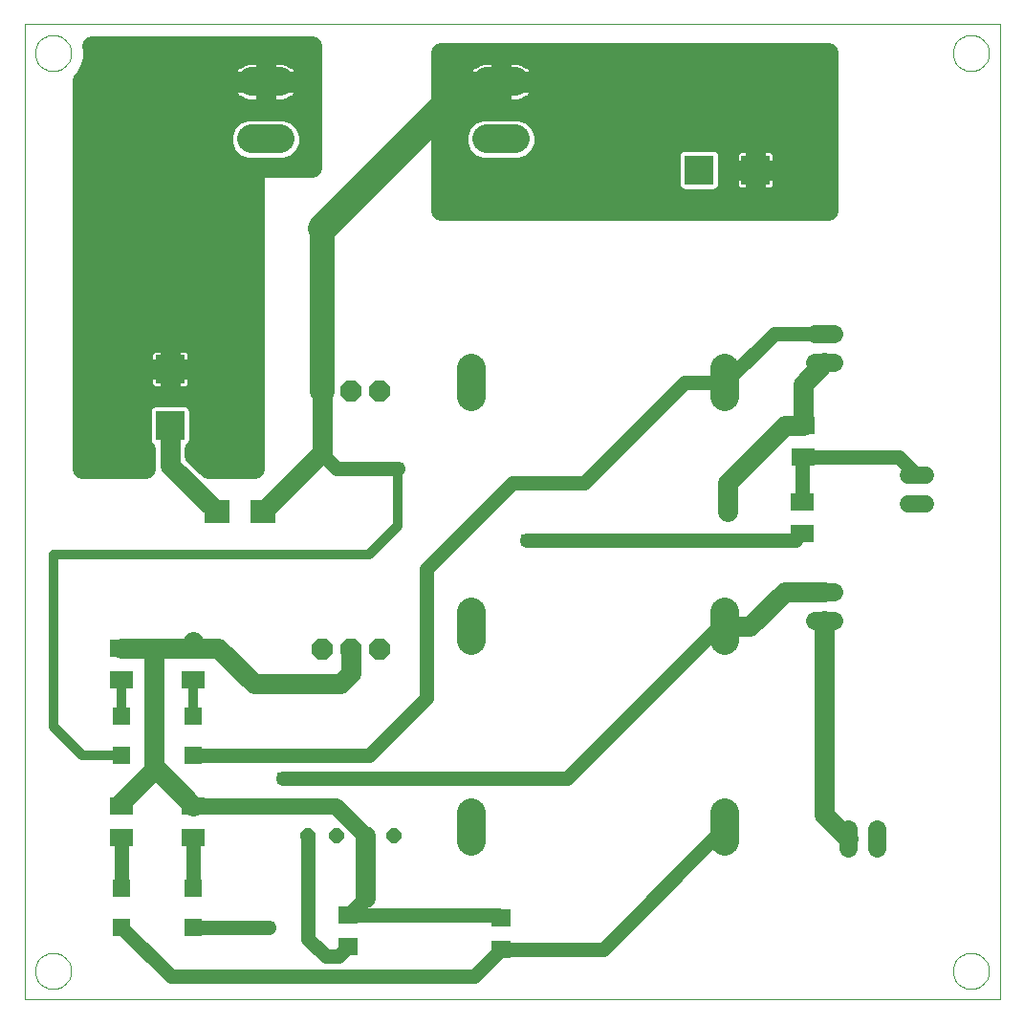
<source format=gtl>
G75*
%MOIN*%
%OFA0B0*%
%FSLAX24Y24*%
%IPPOS*%
%LPD*%
%AMOC8*
5,1,8,0,0,1.08239X$1,22.5*
%
%ADD10C,0.0000*%
%ADD11C,0.0645*%
%ADD12R,0.0591X0.0591*%
%ADD13R,0.0787X0.0630*%
%ADD14OC8,0.0709*%
%ADD15OC8,0.0515*%
%ADD16R,0.0709X0.0630*%
%ADD17C,0.0594*%
%ADD18C,0.1000*%
%ADD19R,0.0900X0.0800*%
%ADD20R,0.0990X0.0990*%
%ADD21C,0.0500*%
%ADD22C,0.0320*%
%ADD23C,0.0700*%
%ADD24R,0.0396X0.0396*%
%ADD25C,0.0560*%
%ADD26C,0.0860*%
D10*
X000300Y000313D02*
X000300Y034313D01*
X034300Y034313D01*
X034300Y000313D01*
X000300Y000313D01*
X000670Y001313D02*
X000672Y001363D01*
X000678Y001413D01*
X000688Y001462D01*
X000702Y001510D01*
X000719Y001557D01*
X000740Y001602D01*
X000765Y001646D01*
X000793Y001687D01*
X000825Y001726D01*
X000859Y001763D01*
X000896Y001797D01*
X000936Y001827D01*
X000978Y001854D01*
X001022Y001878D01*
X001068Y001899D01*
X001115Y001915D01*
X001163Y001928D01*
X001213Y001937D01*
X001262Y001942D01*
X001313Y001943D01*
X001363Y001940D01*
X001412Y001933D01*
X001461Y001922D01*
X001509Y001907D01*
X001555Y001889D01*
X001600Y001867D01*
X001643Y001841D01*
X001684Y001812D01*
X001723Y001780D01*
X001759Y001745D01*
X001791Y001707D01*
X001821Y001667D01*
X001848Y001624D01*
X001871Y001580D01*
X001890Y001534D01*
X001906Y001486D01*
X001918Y001437D01*
X001926Y001388D01*
X001930Y001338D01*
X001930Y001288D01*
X001926Y001238D01*
X001918Y001189D01*
X001906Y001140D01*
X001890Y001092D01*
X001871Y001046D01*
X001848Y001002D01*
X001821Y000959D01*
X001791Y000919D01*
X001759Y000881D01*
X001723Y000846D01*
X001684Y000814D01*
X001643Y000785D01*
X001600Y000759D01*
X001555Y000737D01*
X001509Y000719D01*
X001461Y000704D01*
X001412Y000693D01*
X001363Y000686D01*
X001313Y000683D01*
X001262Y000684D01*
X001213Y000689D01*
X001163Y000698D01*
X001115Y000711D01*
X001068Y000727D01*
X001022Y000748D01*
X000978Y000772D01*
X000936Y000799D01*
X000896Y000829D01*
X000859Y000863D01*
X000825Y000900D01*
X000793Y000939D01*
X000765Y000980D01*
X000740Y001024D01*
X000719Y001069D01*
X000702Y001116D01*
X000688Y001164D01*
X000678Y001213D01*
X000672Y001263D01*
X000670Y001313D01*
X000670Y033313D02*
X000672Y033363D01*
X000678Y033413D01*
X000688Y033462D01*
X000702Y033510D01*
X000719Y033557D01*
X000740Y033602D01*
X000765Y033646D01*
X000793Y033687D01*
X000825Y033726D01*
X000859Y033763D01*
X000896Y033797D01*
X000936Y033827D01*
X000978Y033854D01*
X001022Y033878D01*
X001068Y033899D01*
X001115Y033915D01*
X001163Y033928D01*
X001213Y033937D01*
X001262Y033942D01*
X001313Y033943D01*
X001363Y033940D01*
X001412Y033933D01*
X001461Y033922D01*
X001509Y033907D01*
X001555Y033889D01*
X001600Y033867D01*
X001643Y033841D01*
X001684Y033812D01*
X001723Y033780D01*
X001759Y033745D01*
X001791Y033707D01*
X001821Y033667D01*
X001848Y033624D01*
X001871Y033580D01*
X001890Y033534D01*
X001906Y033486D01*
X001918Y033437D01*
X001926Y033388D01*
X001930Y033338D01*
X001930Y033288D01*
X001926Y033238D01*
X001918Y033189D01*
X001906Y033140D01*
X001890Y033092D01*
X001871Y033046D01*
X001848Y033002D01*
X001821Y032959D01*
X001791Y032919D01*
X001759Y032881D01*
X001723Y032846D01*
X001684Y032814D01*
X001643Y032785D01*
X001600Y032759D01*
X001555Y032737D01*
X001509Y032719D01*
X001461Y032704D01*
X001412Y032693D01*
X001363Y032686D01*
X001313Y032683D01*
X001262Y032684D01*
X001213Y032689D01*
X001163Y032698D01*
X001115Y032711D01*
X001068Y032727D01*
X001022Y032748D01*
X000978Y032772D01*
X000936Y032799D01*
X000896Y032829D01*
X000859Y032863D01*
X000825Y032900D01*
X000793Y032939D01*
X000765Y032980D01*
X000740Y033024D01*
X000719Y033069D01*
X000702Y033116D01*
X000688Y033164D01*
X000678Y033213D01*
X000672Y033263D01*
X000670Y033313D01*
X032670Y033313D02*
X032672Y033363D01*
X032678Y033413D01*
X032688Y033462D01*
X032702Y033510D01*
X032719Y033557D01*
X032740Y033602D01*
X032765Y033646D01*
X032793Y033687D01*
X032825Y033726D01*
X032859Y033763D01*
X032896Y033797D01*
X032936Y033827D01*
X032978Y033854D01*
X033022Y033878D01*
X033068Y033899D01*
X033115Y033915D01*
X033163Y033928D01*
X033213Y033937D01*
X033262Y033942D01*
X033313Y033943D01*
X033363Y033940D01*
X033412Y033933D01*
X033461Y033922D01*
X033509Y033907D01*
X033555Y033889D01*
X033600Y033867D01*
X033643Y033841D01*
X033684Y033812D01*
X033723Y033780D01*
X033759Y033745D01*
X033791Y033707D01*
X033821Y033667D01*
X033848Y033624D01*
X033871Y033580D01*
X033890Y033534D01*
X033906Y033486D01*
X033918Y033437D01*
X033926Y033388D01*
X033930Y033338D01*
X033930Y033288D01*
X033926Y033238D01*
X033918Y033189D01*
X033906Y033140D01*
X033890Y033092D01*
X033871Y033046D01*
X033848Y033002D01*
X033821Y032959D01*
X033791Y032919D01*
X033759Y032881D01*
X033723Y032846D01*
X033684Y032814D01*
X033643Y032785D01*
X033600Y032759D01*
X033555Y032737D01*
X033509Y032719D01*
X033461Y032704D01*
X033412Y032693D01*
X033363Y032686D01*
X033313Y032683D01*
X033262Y032684D01*
X033213Y032689D01*
X033163Y032698D01*
X033115Y032711D01*
X033068Y032727D01*
X033022Y032748D01*
X032978Y032772D01*
X032936Y032799D01*
X032896Y032829D01*
X032859Y032863D01*
X032825Y032900D01*
X032793Y032939D01*
X032765Y032980D01*
X032740Y033024D01*
X032719Y033069D01*
X032702Y033116D01*
X032688Y033164D01*
X032678Y033213D01*
X032672Y033263D01*
X032670Y033313D01*
X032670Y001313D02*
X032672Y001363D01*
X032678Y001413D01*
X032688Y001462D01*
X032702Y001510D01*
X032719Y001557D01*
X032740Y001602D01*
X032765Y001646D01*
X032793Y001687D01*
X032825Y001726D01*
X032859Y001763D01*
X032896Y001797D01*
X032936Y001827D01*
X032978Y001854D01*
X033022Y001878D01*
X033068Y001899D01*
X033115Y001915D01*
X033163Y001928D01*
X033213Y001937D01*
X033262Y001942D01*
X033313Y001943D01*
X033363Y001940D01*
X033412Y001933D01*
X033461Y001922D01*
X033509Y001907D01*
X033555Y001889D01*
X033600Y001867D01*
X033643Y001841D01*
X033684Y001812D01*
X033723Y001780D01*
X033759Y001745D01*
X033791Y001707D01*
X033821Y001667D01*
X033848Y001624D01*
X033871Y001580D01*
X033890Y001534D01*
X033906Y001486D01*
X033918Y001437D01*
X033926Y001388D01*
X033930Y001338D01*
X033930Y001288D01*
X033926Y001238D01*
X033918Y001189D01*
X033906Y001140D01*
X033890Y001092D01*
X033871Y001046D01*
X033848Y001002D01*
X033821Y000959D01*
X033791Y000919D01*
X033759Y000881D01*
X033723Y000846D01*
X033684Y000814D01*
X033643Y000785D01*
X033600Y000759D01*
X033555Y000737D01*
X033509Y000719D01*
X033461Y000704D01*
X033412Y000693D01*
X033363Y000686D01*
X033313Y000683D01*
X033262Y000684D01*
X033213Y000689D01*
X033163Y000698D01*
X033115Y000711D01*
X033068Y000727D01*
X033022Y000748D01*
X032978Y000772D01*
X032936Y000799D01*
X032896Y000829D01*
X032859Y000863D01*
X032825Y000900D01*
X032793Y000939D01*
X032765Y000980D01*
X032740Y001024D01*
X032719Y001069D01*
X032702Y001116D01*
X032688Y001164D01*
X032678Y001213D01*
X032672Y001263D01*
X032670Y001313D01*
D11*
X030010Y005603D02*
X030010Y006248D01*
X029010Y006248D02*
X029010Y005603D01*
X028510Y013523D02*
X027865Y013523D01*
X027865Y014523D02*
X028510Y014523D01*
X028510Y022523D02*
X027865Y022523D01*
X027865Y023523D02*
X028510Y023523D01*
D12*
X006188Y010211D03*
X006188Y008834D03*
X003688Y008834D03*
X003688Y010211D03*
X003688Y004211D03*
X003688Y002834D03*
X006188Y002834D03*
X006188Y004211D03*
D13*
X006188Y005971D03*
X006188Y007074D03*
X003688Y007074D03*
X003688Y005971D03*
X003688Y011471D03*
X003688Y012574D03*
X006188Y012574D03*
X006188Y011471D03*
X027413Y016551D03*
X027413Y017654D03*
X027438Y019221D03*
X027438Y020324D03*
D14*
X012688Y021523D03*
X011688Y021523D03*
X010688Y021523D03*
X010688Y012523D03*
X011688Y012523D03*
X012688Y012523D03*
D15*
X013188Y006023D03*
X012188Y006023D03*
X011188Y006023D03*
X010188Y006023D03*
D16*
X011590Y003251D03*
X011590Y002149D03*
X016913Y002051D03*
X016913Y003154D03*
D17*
X031116Y017603D02*
X031709Y017603D01*
X031709Y018603D02*
X031116Y018603D01*
D18*
X024730Y021313D02*
X024730Y022313D01*
X024730Y013813D02*
X024730Y012813D01*
X024730Y006813D02*
X024730Y005813D01*
X015870Y005813D02*
X015870Y006813D01*
X015870Y012813D02*
X015870Y013813D01*
X015870Y021313D02*
X015870Y022313D01*
X010688Y027200D02*
X015300Y031813D01*
X016400Y031813D01*
X016900Y032313D01*
X016400Y032313D02*
X017400Y032313D01*
X017400Y030313D02*
X016400Y030313D01*
X009200Y030313D02*
X008200Y030313D01*
X008200Y032313D02*
X009200Y032313D01*
D19*
X008600Y017313D03*
X007000Y017313D03*
D20*
X005375Y020328D03*
X005375Y022297D03*
X023816Y029238D03*
X025784Y029238D03*
D21*
X026440Y023523D02*
X028188Y023523D01*
X026440Y023523D02*
X024730Y021813D01*
X023300Y021813D01*
X019800Y018313D01*
X017300Y018313D01*
X014300Y015313D01*
X014300Y010813D01*
X012300Y008813D01*
X006209Y008813D01*
X006188Y008834D01*
X004874Y008387D02*
X004800Y008461D01*
X003688Y007200D02*
X003688Y007074D01*
X003688Y005971D02*
X003688Y004211D01*
X003688Y002834D02*
X005409Y001113D01*
X015974Y001113D01*
X016913Y002051D01*
X020469Y002051D01*
X024730Y006313D01*
X019230Y008013D02*
X024530Y013313D01*
X024730Y013313D01*
X026710Y014523D02*
X026800Y014523D01*
X027174Y016313D02*
X017800Y016313D01*
X013300Y018813D02*
X011188Y018813D01*
X010688Y019313D01*
X010688Y021313D01*
X010688Y021523D01*
X009300Y008013D02*
X019230Y008013D01*
X016815Y003251D02*
X016913Y003154D01*
X016815Y003251D02*
X011590Y003251D01*
X012188Y003849D01*
X011590Y002149D02*
X011254Y001813D01*
X010800Y001813D01*
X010188Y002425D01*
X010188Y006023D01*
X008800Y002813D02*
X006209Y002813D01*
X006188Y002834D01*
X006188Y004211D02*
X006188Y005971D01*
X024800Y017313D02*
X024800Y017686D01*
X027413Y017654D02*
X027413Y019196D01*
X027438Y019221D01*
X030794Y019221D01*
X031413Y018603D01*
D22*
X027413Y016551D02*
X027174Y016313D01*
X013300Y016813D02*
X013300Y018813D01*
X013300Y016813D02*
X012300Y015813D01*
X001300Y015813D01*
X001300Y009813D01*
X002300Y008813D01*
X003666Y008813D01*
X003688Y008834D01*
X003688Y010211D02*
X003688Y011471D01*
X006188Y011471D02*
X006188Y010211D01*
D23*
X004800Y008461D02*
X004800Y012574D01*
X006188Y012574D01*
X007039Y012574D01*
X008300Y011313D01*
X011300Y011313D01*
X011688Y011700D01*
X011688Y012523D01*
X008600Y017313D02*
X010688Y019400D01*
X010688Y021313D01*
X008300Y021268D02*
X006104Y021268D01*
X006153Y021247D02*
X005969Y021323D01*
X004780Y021323D01*
X004597Y021247D01*
X004456Y021106D01*
X004380Y020923D01*
X004380Y019734D01*
X004456Y019550D01*
X004525Y019481D01*
X004525Y018813D01*
X002300Y018813D01*
X002300Y032361D01*
X002404Y032465D01*
X002586Y032780D01*
X002680Y033131D01*
X002680Y033494D01*
X002662Y033563D01*
X010300Y033563D01*
X010300Y029313D01*
X008300Y029313D01*
X008300Y018813D01*
X006702Y018813D01*
X006225Y019290D01*
X006225Y019481D01*
X006294Y019550D01*
X006370Y019734D01*
X006370Y020923D01*
X006294Y021106D01*
X006153Y021247D01*
X006106Y021417D02*
X006163Y021459D01*
X006213Y021509D01*
X006255Y021566D01*
X006287Y021629D01*
X006309Y021696D01*
X006320Y021766D01*
X006320Y022297D01*
X006320Y022827D01*
X006309Y022897D01*
X006287Y022964D01*
X006255Y023028D01*
X006213Y023085D01*
X006163Y023135D01*
X006106Y023177D01*
X006043Y023209D01*
X005975Y023231D01*
X005905Y023242D01*
X005375Y023242D01*
X005375Y022297D01*
X005375Y022297D01*
X006320Y022297D01*
X005375Y022297D01*
X005375Y022297D01*
X005375Y023242D01*
X004844Y023242D01*
X004774Y023231D01*
X004707Y023209D01*
X004644Y023177D01*
X004587Y023135D01*
X004537Y023085D01*
X004495Y023028D01*
X004463Y022964D01*
X004441Y022897D01*
X004430Y022827D01*
X004430Y022297D01*
X005375Y022297D01*
X005375Y022297D01*
X005375Y021352D01*
X005905Y021352D01*
X005975Y021363D01*
X006043Y021385D01*
X006106Y021417D01*
X006320Y021966D02*
X008300Y021966D01*
X008300Y022665D02*
X006320Y022665D01*
X005375Y022665D02*
X005375Y022665D01*
X005375Y022297D02*
X004430Y022297D01*
X004430Y021766D01*
X004441Y021696D01*
X004463Y021629D01*
X004495Y021566D01*
X004537Y021509D01*
X004587Y021459D01*
X004644Y021417D01*
X004707Y021385D01*
X004774Y021363D01*
X004844Y021352D01*
X005375Y021352D01*
X005375Y022297D01*
X005375Y022297D01*
X005375Y021966D02*
X005375Y021966D01*
X004646Y021268D02*
X002300Y021268D01*
X002300Y021966D02*
X004430Y021966D01*
X004430Y022665D02*
X002300Y022665D01*
X002300Y023363D02*
X008300Y023363D01*
X008300Y024062D02*
X002300Y024062D01*
X002300Y024760D02*
X008300Y024760D01*
X008300Y025459D02*
X002300Y025459D01*
X002300Y026157D02*
X008300Y026157D01*
X008300Y026856D02*
X002300Y026856D01*
X002300Y027554D02*
X008300Y027554D01*
X008300Y028253D02*
X002300Y028253D01*
X002300Y028951D02*
X008300Y028951D01*
X008001Y029313D02*
X009399Y029313D01*
X009766Y029465D01*
X010048Y029746D01*
X010200Y030114D01*
X010200Y030511D01*
X010048Y030879D01*
X009766Y031160D01*
X009399Y031312D01*
X008001Y031312D01*
X007634Y031160D01*
X007352Y030879D01*
X007200Y030511D01*
X007200Y030114D01*
X007352Y029746D01*
X007634Y029465D01*
X008001Y029313D01*
X007449Y029650D02*
X002300Y029650D01*
X002300Y030348D02*
X007200Y030348D01*
X007520Y031047D02*
X002300Y031047D01*
X002300Y031745D02*
X007437Y031745D01*
X007424Y031762D02*
X007491Y031678D01*
X007566Y031603D01*
X007649Y031536D01*
X007740Y031480D01*
X007836Y031433D01*
X007937Y031398D01*
X008041Y031374D01*
X008147Y031363D01*
X008700Y031362D01*
X008700Y032312D01*
X008700Y031363D01*
X009253Y031363D01*
X009359Y031374D01*
X009463Y031398D01*
X009564Y031433D01*
X009660Y031480D01*
X009751Y031536D01*
X009834Y031603D01*
X009909Y031678D01*
X009976Y031762D01*
X010033Y031852D01*
X010079Y031948D01*
X010114Y032049D01*
X010138Y032153D01*
X010150Y032259D01*
X010150Y032312D01*
X008700Y032312D01*
X008700Y032312D01*
X007250Y032312D01*
X007250Y032259D01*
X007262Y032153D01*
X007286Y032049D01*
X007321Y031948D01*
X007367Y031852D01*
X007424Y031762D01*
X007250Y032313D02*
X008700Y032313D01*
X008700Y033262D01*
X008147Y033262D01*
X008041Y033251D01*
X007937Y033227D01*
X007836Y033192D01*
X007740Y033145D01*
X007649Y033089D01*
X007566Y033022D01*
X007491Y032947D01*
X007424Y032863D01*
X007367Y032773D01*
X007321Y032677D01*
X007286Y032576D01*
X007262Y032472D01*
X007250Y032366D01*
X007250Y032313D01*
X007259Y032444D02*
X002383Y032444D01*
X002680Y033142D02*
X007735Y033142D01*
X008700Y033142D02*
X008700Y033142D01*
X008700Y033262D02*
X008700Y032313D01*
X008700Y032313D01*
X008700Y032312D01*
X008700Y032313D01*
X010150Y032313D01*
X010150Y032366D01*
X010138Y032472D01*
X010114Y032576D01*
X010079Y032677D01*
X010033Y032773D01*
X009976Y032863D01*
X009909Y032947D01*
X009834Y033022D01*
X009751Y033089D01*
X009660Y033145D01*
X009564Y033192D01*
X009463Y033227D01*
X009359Y033251D01*
X009253Y033262D01*
X008700Y033262D01*
X008700Y032444D02*
X008700Y032444D01*
X008700Y031745D02*
X008700Y031745D01*
X009963Y031745D02*
X010300Y031745D01*
X010300Y031047D02*
X009880Y031047D01*
X010200Y030348D02*
X010300Y030348D01*
X010300Y029650D02*
X009951Y029650D01*
X010141Y032444D02*
X010300Y032444D01*
X010300Y033142D02*
X009665Y033142D01*
X014800Y033142D02*
X015935Y033142D01*
X015940Y033145D02*
X015849Y033089D01*
X015766Y033022D01*
X015691Y032947D01*
X015624Y032863D01*
X015567Y032773D01*
X015521Y032677D01*
X015486Y032576D01*
X015462Y032472D01*
X015450Y032366D01*
X015450Y032313D01*
X016900Y032313D01*
X016900Y033262D01*
X016347Y033262D01*
X016241Y033251D01*
X016137Y033227D01*
X016036Y033192D01*
X015940Y033145D01*
X015459Y032444D02*
X014800Y032444D01*
X015450Y032312D02*
X015450Y032259D01*
X015462Y032153D01*
X015486Y032049D01*
X015521Y031948D01*
X015567Y031852D01*
X015624Y031762D01*
X015691Y031678D01*
X015766Y031603D01*
X015849Y031536D01*
X015940Y031480D01*
X016036Y031433D01*
X016137Y031398D01*
X016241Y031374D01*
X016347Y031363D01*
X016900Y031362D01*
X016900Y032312D01*
X016900Y031363D01*
X017453Y031363D01*
X017559Y031374D01*
X017663Y031398D01*
X017764Y031433D01*
X017860Y031480D01*
X017951Y031536D01*
X018034Y031603D01*
X018109Y031678D01*
X018176Y031762D01*
X018233Y031852D01*
X018279Y031948D01*
X018314Y032049D01*
X018338Y032153D01*
X018350Y032259D01*
X018350Y032312D01*
X016900Y032312D01*
X016900Y032312D01*
X015450Y032312D01*
X015637Y031745D02*
X014800Y031745D01*
X014800Y031047D02*
X015720Y031047D01*
X015834Y031160D02*
X015552Y030879D01*
X015400Y030511D01*
X015400Y030114D01*
X015552Y029746D01*
X015834Y029465D01*
X016201Y029313D01*
X017599Y029313D01*
X017966Y029465D01*
X018248Y029746D01*
X018400Y030114D01*
X018400Y030511D01*
X018248Y030879D01*
X017966Y031160D01*
X017599Y031312D01*
X016201Y031312D01*
X015834Y031160D01*
X015400Y030348D02*
X014800Y030348D01*
X014800Y029650D02*
X015649Y029650D01*
X014800Y028951D02*
X022821Y028951D01*
X022821Y028643D02*
X022897Y028459D01*
X023038Y028319D01*
X023221Y028243D01*
X024410Y028243D01*
X024594Y028319D01*
X024735Y028459D01*
X024811Y028643D01*
X024811Y029832D01*
X024735Y030016D01*
X024594Y030157D01*
X024410Y030233D01*
X023221Y030233D01*
X023038Y030157D01*
X022897Y030016D01*
X022821Y029832D01*
X022821Y028643D01*
X023198Y028253D02*
X014800Y028253D01*
X014800Y027813D02*
X028300Y027813D01*
X028300Y033313D01*
X014800Y033313D01*
X014800Y027813D01*
X018151Y029650D02*
X022821Y029650D01*
X024434Y028253D02*
X028300Y028253D01*
X028300Y028951D02*
X026729Y028951D01*
X026729Y028707D02*
X026729Y029238D01*
X026729Y029768D01*
X026718Y029838D01*
X026696Y029905D01*
X026664Y029969D01*
X026622Y030026D01*
X026572Y030076D01*
X026515Y030118D01*
X026452Y030150D01*
X026385Y030172D01*
X026315Y030183D01*
X025784Y030183D01*
X025254Y030183D01*
X025184Y030172D01*
X025117Y030150D01*
X025053Y030118D01*
X024996Y030076D01*
X024946Y030026D01*
X024904Y029969D01*
X024872Y029905D01*
X024850Y029838D01*
X024839Y029768D01*
X024839Y029238D01*
X025784Y029238D01*
X025784Y030183D01*
X025784Y029238D01*
X025784Y029238D01*
X025784Y029238D01*
X024839Y029238D01*
X024839Y028707D01*
X024850Y028637D01*
X024872Y028570D01*
X024904Y028507D01*
X024946Y028450D01*
X024996Y028399D01*
X025053Y028358D01*
X025117Y028326D01*
X025184Y028304D01*
X025254Y028293D01*
X025784Y028293D01*
X025784Y029238D01*
X026729Y029238D01*
X025784Y029238D01*
X025784Y029238D01*
X025784Y029238D01*
X025784Y028293D01*
X026315Y028293D01*
X026385Y028304D01*
X026452Y028326D01*
X026515Y028358D01*
X026572Y028399D01*
X026622Y028450D01*
X026664Y028507D01*
X026696Y028570D01*
X026718Y028637D01*
X026729Y028707D01*
X026729Y029650D02*
X028300Y029650D01*
X028300Y030348D02*
X018400Y030348D01*
X018080Y031047D02*
X028300Y031047D01*
X028300Y031745D02*
X018163Y031745D01*
X018350Y032313D02*
X018350Y032366D01*
X018338Y032472D01*
X018314Y032576D01*
X018279Y032677D01*
X018233Y032773D01*
X018176Y032863D01*
X018109Y032947D01*
X018034Y033022D01*
X017951Y033089D01*
X017860Y033145D01*
X017764Y033192D01*
X017663Y033227D01*
X017559Y033251D01*
X017453Y033262D01*
X016900Y033262D01*
X016900Y032313D01*
X016900Y032313D01*
X016900Y032312D01*
X016900Y032313D01*
X018350Y032313D01*
X018341Y032444D02*
X028300Y032444D01*
X028300Y033142D02*
X017865Y033142D01*
X016900Y033142D02*
X016900Y033142D01*
X016900Y032444D02*
X016900Y032444D01*
X016900Y031745D02*
X016900Y031745D01*
X024811Y029650D02*
X024839Y029650D01*
X024811Y028951D02*
X024839Y028951D01*
X025784Y028951D02*
X025784Y028951D01*
X025784Y029650D02*
X025784Y029650D01*
X028188Y022523D02*
X027438Y021773D01*
X027438Y020324D01*
X026811Y020324D01*
X024800Y018313D01*
X024800Y017313D01*
X026800Y014523D02*
X025590Y013313D01*
X024730Y013313D01*
X026800Y014523D02*
X028188Y014523D01*
X028188Y013523D02*
X028188Y006748D01*
X029010Y005925D01*
X012188Y006023D02*
X012188Y003849D01*
X006188Y007074D02*
X004874Y008387D01*
X003688Y007200D01*
X003688Y012574D02*
X004800Y012574D01*
X006188Y012574D02*
X006188Y012803D01*
X007000Y017313D02*
X005375Y018938D01*
X005375Y020328D01*
X006370Y020569D02*
X008300Y020569D01*
X008300Y019871D02*
X006370Y019871D01*
X006343Y019172D02*
X008300Y019172D01*
X004525Y019172D02*
X002300Y019172D01*
X002300Y019871D02*
X004380Y019871D01*
X004380Y020569D02*
X002300Y020569D01*
D24*
X013300Y018813D03*
X017800Y016313D03*
X024800Y017313D03*
X009300Y008013D03*
X008800Y002813D03*
D25*
X012188Y006023D02*
X011136Y007074D01*
X006188Y007074D01*
D26*
X010688Y021523D02*
X010688Y027200D01*
M02*

</source>
